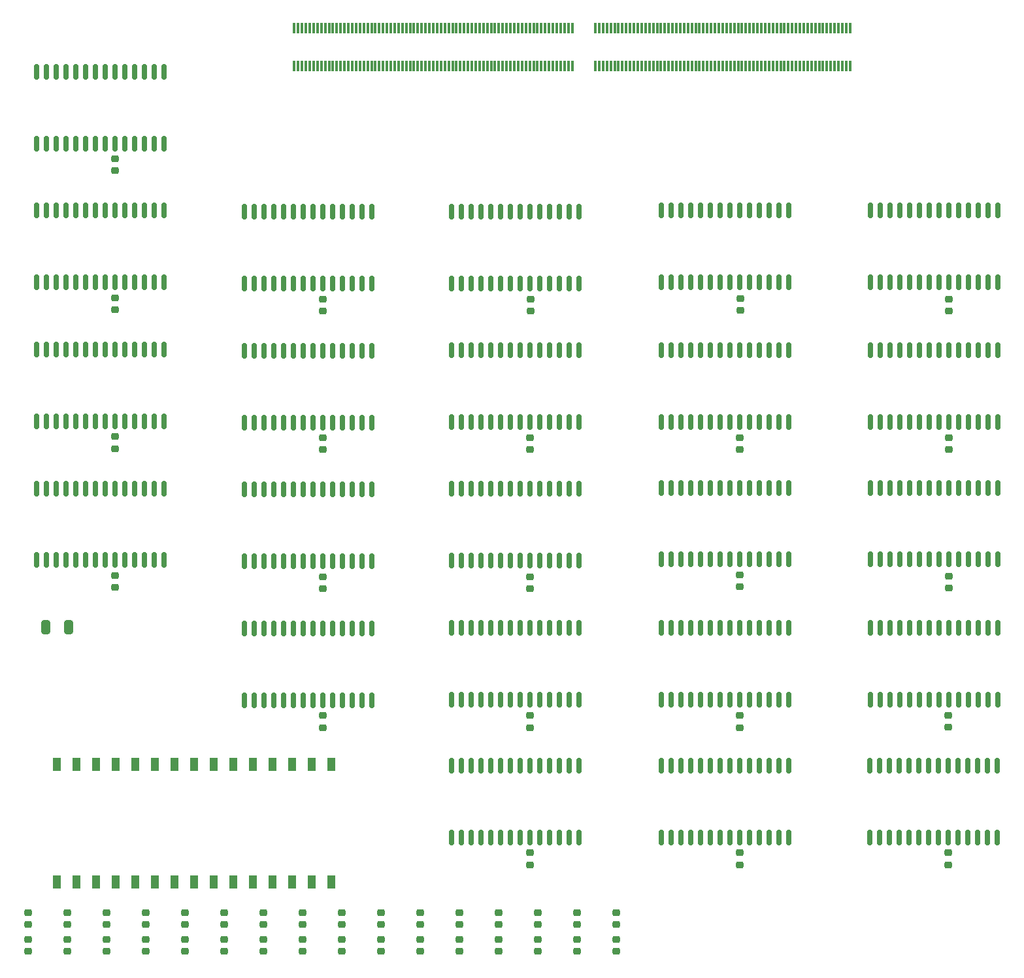
<source format=gbr>
G04 #@! TF.GenerationSoftware,KiCad,Pcbnew,9.0.3*
G04 #@! TF.CreationDate,2025-08-01T19:28:12-07:00*
G04 #@! TF.ProjectId,CardTestFixture,43617264-5465-4737-9446-697874757265,A*
G04 #@! TF.SameCoordinates,Original*
G04 #@! TF.FileFunction,Paste,Top*
G04 #@! TF.FilePolarity,Positive*
%FSLAX46Y46*%
G04 Gerber Fmt 4.6, Leading zero omitted, Abs format (unit mm)*
G04 Created by KiCad (PCBNEW 9.0.3) date 2025-08-01 19:28:12*
%MOMM*%
%LPD*%
G01*
G04 APERTURE LIST*
G04 Aperture macros list*
%AMRoundRect*
0 Rectangle with rounded corners*
0 $1 Rounding radius*
0 $2 $3 $4 $5 $6 $7 $8 $9 X,Y pos of 4 corners*
0 Add a 4 corners polygon primitive as box body*
4,1,4,$2,$3,$4,$5,$6,$7,$8,$9,$2,$3,0*
0 Add four circle primitives for the rounded corners*
1,1,$1+$1,$2,$3*
1,1,$1+$1,$4,$5*
1,1,$1+$1,$6,$7*
1,1,$1+$1,$8,$9*
0 Add four rect primitives between the rounded corners*
20,1,$1+$1,$2,$3,$4,$5,0*
20,1,$1+$1,$4,$5,$6,$7,0*
20,1,$1+$1,$6,$7,$8,$9,0*
20,1,$1+$1,$8,$9,$2,$3,0*%
G04 Aperture macros list end*
%ADD10RoundRect,0.225000X0.250000X-0.225000X0.250000X0.225000X-0.250000X0.225000X-0.250000X-0.225000X0*%
%ADD11RoundRect,0.150000X0.150000X-0.875000X0.150000X0.875000X-0.150000X0.875000X-0.150000X-0.875000X0*%
%ADD12RoundRect,0.225000X-0.250000X0.225000X-0.250000X-0.225000X0.250000X-0.225000X0.250000X0.225000X0*%
%ADD13RoundRect,0.218750X0.256250X-0.218750X0.256250X0.218750X-0.256250X0.218750X-0.256250X-0.218750X0*%
%ADD14R,0.300000X1.350000*%
%ADD15RoundRect,0.250000X0.325000X0.650000X-0.325000X0.650000X-0.325000X-0.650000X0.325000X-0.650000X0*%
%ADD16R,1.000000X1.800000*%
G04 APERTURE END LIST*
D10*
X88080000Y-151942500D03*
X88080000Y-150392500D03*
D11*
X192110000Y-68700000D03*
X193380000Y-68700000D03*
X194650000Y-68700000D03*
X195920000Y-68700000D03*
X197190000Y-68700000D03*
X198460000Y-68700000D03*
X199730000Y-68700000D03*
X201000000Y-68700000D03*
X202270000Y-68700000D03*
X203540000Y-68700000D03*
X204810000Y-68700000D03*
X206080000Y-68700000D03*
X207350000Y-68700000D03*
X208620000Y-68700000D03*
X208620000Y-59400000D03*
X207350000Y-59400000D03*
X206080000Y-59400000D03*
X204810000Y-59400000D03*
X203540000Y-59400000D03*
X202270000Y-59400000D03*
X201000000Y-59400000D03*
X199730000Y-59400000D03*
X198460000Y-59400000D03*
X197190000Y-59400000D03*
X195920000Y-59400000D03*
X194650000Y-59400000D03*
X193380000Y-59400000D03*
X192110000Y-59400000D03*
D12*
X175222800Y-106625000D03*
X175222800Y-108175000D03*
D11*
X192110000Y-104625000D03*
X193380000Y-104625000D03*
X194650000Y-104625000D03*
X195920000Y-104625000D03*
X197190000Y-104625000D03*
X198460000Y-104625000D03*
X199730000Y-104625000D03*
X201000000Y-104625000D03*
X202270000Y-104625000D03*
X203540000Y-104625000D03*
X204810000Y-104625000D03*
X206080000Y-104625000D03*
X207350000Y-104625000D03*
X208620000Y-104625000D03*
X208620000Y-95325000D03*
X207350000Y-95325000D03*
X206080000Y-95325000D03*
X204810000Y-95325000D03*
X203540000Y-95325000D03*
X202270000Y-95325000D03*
X201000000Y-95325000D03*
X199730000Y-95325000D03*
X198460000Y-95325000D03*
X197190000Y-95325000D03*
X195920000Y-95325000D03*
X194650000Y-95325000D03*
X193380000Y-95325000D03*
X192110000Y-95325000D03*
D10*
X103320000Y-151942500D03*
X103320000Y-150392500D03*
D13*
X103320000Y-155400000D03*
X103320000Y-153825000D03*
D12*
X175222800Y-124850000D03*
X175222800Y-126400000D03*
D10*
X128720000Y-151942500D03*
X128720000Y-150392500D03*
X159200000Y-151942500D03*
X159200000Y-150392500D03*
D12*
X202269800Y-106770200D03*
X202269800Y-108320200D03*
X175270000Y-70770200D03*
X175270000Y-72320200D03*
D13*
X113480000Y-155400000D03*
X113480000Y-153825000D03*
D10*
X118560000Y-151942500D03*
X118560000Y-150392500D03*
D11*
X111020300Y-104850000D03*
X112290300Y-104850000D03*
X113560300Y-104850000D03*
X114830300Y-104850000D03*
X116100300Y-104850000D03*
X117370300Y-104850000D03*
X118640300Y-104850000D03*
X119910300Y-104850000D03*
X121180300Y-104850000D03*
X122450300Y-104850000D03*
X123720300Y-104850000D03*
X124990300Y-104850000D03*
X126260300Y-104850000D03*
X127530300Y-104850000D03*
X127530300Y-95550000D03*
X126260300Y-95550000D03*
X124990300Y-95550000D03*
X123720300Y-95550000D03*
X122450300Y-95550000D03*
X121180300Y-95550000D03*
X119910300Y-95550000D03*
X118640300Y-95550000D03*
X117370300Y-95550000D03*
X116100300Y-95550000D03*
X114830300Y-95550000D03*
X113560300Y-95550000D03*
X112290300Y-95550000D03*
X111020300Y-95550000D03*
D10*
X93160000Y-151942500D03*
X93160000Y-150392500D03*
D12*
X148066500Y-124850000D03*
X148066500Y-126400000D03*
D10*
X138880000Y-151942500D03*
X138880000Y-150392500D03*
D13*
X143960000Y-155400000D03*
X143960000Y-153825000D03*
X83000000Y-155400000D03*
X83000000Y-153825000D03*
X88080000Y-155400000D03*
X88080000Y-153825000D03*
D11*
X137906500Y-140625000D03*
X139176500Y-140625000D03*
X140446500Y-140625000D03*
X141716500Y-140625000D03*
X142986500Y-140625000D03*
X144256500Y-140625000D03*
X145526500Y-140625000D03*
X146796500Y-140625000D03*
X148066500Y-140625000D03*
X149336500Y-140625000D03*
X150606500Y-140625000D03*
X151876500Y-140625000D03*
X153146500Y-140625000D03*
X154416500Y-140625000D03*
X154416500Y-131325000D03*
X153146500Y-131325000D03*
X151876500Y-131325000D03*
X150606500Y-131325000D03*
X149336500Y-131325000D03*
X148066500Y-131325000D03*
X146796500Y-131325000D03*
X145526500Y-131325000D03*
X144256500Y-131325000D03*
X142986500Y-131325000D03*
X141716500Y-131325000D03*
X140446500Y-131325000D03*
X139176500Y-131325000D03*
X137906500Y-131325000D03*
D13*
X93160000Y-155400000D03*
X93160000Y-153825000D03*
D11*
X137906500Y-122770200D03*
X139176500Y-122770200D03*
X140446500Y-122770200D03*
X141716500Y-122770200D03*
X142986500Y-122770200D03*
X144256500Y-122770200D03*
X145526500Y-122770200D03*
X146796500Y-122770200D03*
X148066500Y-122770200D03*
X149336500Y-122770200D03*
X150606500Y-122770200D03*
X151876500Y-122770200D03*
X153146500Y-122770200D03*
X154416500Y-122770200D03*
X154416500Y-113470200D03*
X153146500Y-113470200D03*
X151876500Y-113470200D03*
X150606500Y-113470200D03*
X149336500Y-113470200D03*
X148066500Y-113470200D03*
X146796500Y-113470200D03*
X145526500Y-113470200D03*
X144256500Y-113470200D03*
X142986500Y-113470200D03*
X141716500Y-113470200D03*
X140446500Y-113470200D03*
X139176500Y-113470200D03*
X137906500Y-113470200D03*
X84134000Y-86700000D03*
X85404000Y-86700000D03*
X86674000Y-86700000D03*
X87944000Y-86700000D03*
X89214000Y-86700000D03*
X90484000Y-86700000D03*
X91754000Y-86700000D03*
X93024000Y-86700000D03*
X94294000Y-86700000D03*
X95564000Y-86700000D03*
X96834000Y-86700000D03*
X98104000Y-86700000D03*
X99374000Y-86700000D03*
X100644000Y-86700000D03*
X100644000Y-77400000D03*
X99374000Y-77400000D03*
X98104000Y-77400000D03*
X96834000Y-77400000D03*
X95564000Y-77400000D03*
X94294000Y-77400000D03*
X93024000Y-77400000D03*
X91754000Y-77400000D03*
X90484000Y-77400000D03*
X89214000Y-77400000D03*
X87944000Y-77400000D03*
X86674000Y-77400000D03*
X85404000Y-77400000D03*
X84134000Y-77400000D03*
D10*
X133800000Y-151942500D03*
X133800000Y-150392500D03*
D13*
X108400000Y-155400000D03*
X108400000Y-153825000D03*
D10*
X113480000Y-151942500D03*
X113480000Y-150392500D03*
D11*
X137906500Y-86770200D03*
X139176500Y-86770200D03*
X140446500Y-86770200D03*
X141716500Y-86770200D03*
X142986500Y-86770200D03*
X144256500Y-86770200D03*
X145526500Y-86770200D03*
X146796500Y-86770200D03*
X148066500Y-86770200D03*
X149336500Y-86770200D03*
X150606500Y-86770200D03*
X151876500Y-86770200D03*
X153146500Y-86770200D03*
X154416500Y-86770200D03*
X154416500Y-77470200D03*
X153146500Y-77470200D03*
X151876500Y-77470200D03*
X150606500Y-77470200D03*
X149336500Y-77470200D03*
X148066500Y-77470200D03*
X146796500Y-77470200D03*
X145526500Y-77470200D03*
X144256500Y-77470200D03*
X142986500Y-77470200D03*
X141716500Y-77470200D03*
X140446500Y-77470200D03*
X139176500Y-77470200D03*
X137906500Y-77470200D03*
D12*
X94294000Y-52700000D03*
X94294000Y-54250000D03*
D14*
X117498900Y-40622500D03*
X117498900Y-35772500D03*
X117998900Y-40622500D03*
X117998900Y-35772500D03*
X118498900Y-40622500D03*
X118498900Y-35772500D03*
X118998900Y-40622500D03*
X118998900Y-35772500D03*
X119498900Y-40622500D03*
X119498900Y-35772500D03*
X119998900Y-40622500D03*
X119998900Y-35772500D03*
X120498900Y-40622500D03*
X120498900Y-35772500D03*
X120998900Y-40622500D03*
X120998900Y-35772500D03*
X121498900Y-40622500D03*
X121498900Y-35772500D03*
X121998900Y-40622500D03*
X121998900Y-35772500D03*
X122498900Y-40622500D03*
X122498900Y-35772500D03*
X122998900Y-40622500D03*
X122998900Y-35772500D03*
X123498900Y-40622500D03*
X123498900Y-35772500D03*
X123998900Y-40622500D03*
X123998900Y-35772500D03*
X124498900Y-40622500D03*
X124498900Y-35772500D03*
X124998900Y-40622500D03*
X124998900Y-35772500D03*
X125498900Y-40622500D03*
X125498900Y-35772500D03*
X125998900Y-40622500D03*
X125998900Y-35772500D03*
X126498900Y-40622500D03*
X126498900Y-35772500D03*
X126998900Y-40622500D03*
X126998900Y-35772500D03*
X127498900Y-40622500D03*
X127498900Y-35772500D03*
X127998900Y-40622500D03*
X127998900Y-35772500D03*
X128498900Y-40622500D03*
X128498900Y-35772500D03*
X128998900Y-40622500D03*
X128998900Y-35772500D03*
X129498900Y-40622500D03*
X129498900Y-35772500D03*
X129998900Y-40622500D03*
X129998900Y-35772500D03*
X130498900Y-40622500D03*
X130498900Y-35772500D03*
X130998900Y-40622500D03*
X130998900Y-35772500D03*
X131498900Y-40622500D03*
X131498900Y-35772500D03*
X131998900Y-40622500D03*
X131998900Y-35772500D03*
X132498900Y-40622500D03*
X132498900Y-35772500D03*
X132998900Y-40622500D03*
X132998900Y-35772500D03*
X133498900Y-40622500D03*
X133498900Y-35772500D03*
X133998900Y-40622500D03*
X133998900Y-35772500D03*
X134498900Y-40622500D03*
X134498900Y-35772500D03*
X134998900Y-40622500D03*
X134998900Y-35772500D03*
X135498900Y-40622500D03*
X135498900Y-35772500D03*
X135998900Y-40622500D03*
X135998900Y-35772500D03*
X136498900Y-40622500D03*
X136498900Y-35772500D03*
X136998900Y-40622500D03*
X136998900Y-35772500D03*
X137498900Y-40622500D03*
X137498900Y-35772500D03*
X137998900Y-40622500D03*
X137998900Y-35772500D03*
X138498900Y-40622500D03*
X138498900Y-35772500D03*
X138998900Y-40622500D03*
X138998900Y-35772500D03*
X139498900Y-40622500D03*
X139498900Y-35772500D03*
X139998900Y-40622500D03*
X139998900Y-35772500D03*
X140498900Y-40622500D03*
X140498900Y-35772500D03*
X140998900Y-40622500D03*
X140998900Y-35772500D03*
X141498900Y-40622500D03*
X141498900Y-35772500D03*
X141998900Y-40622500D03*
X141998900Y-35772500D03*
X142498900Y-40622500D03*
X142498900Y-35772500D03*
X142998900Y-40622500D03*
X142998900Y-35772500D03*
X143498900Y-40622500D03*
X143498900Y-35772500D03*
X143998900Y-40622500D03*
X143998900Y-35772500D03*
X144498900Y-40622500D03*
X144498900Y-35772500D03*
X144998900Y-40622500D03*
X144998900Y-35772500D03*
X145498900Y-40622500D03*
X145498900Y-35772500D03*
X145998900Y-40622500D03*
X145998900Y-35772500D03*
X146498900Y-40622500D03*
X146498900Y-35772500D03*
X146998900Y-40622500D03*
X146998900Y-35772500D03*
X147498900Y-40622500D03*
X147498900Y-35772500D03*
X147998900Y-40622500D03*
X147998900Y-35772500D03*
X148498900Y-40622500D03*
X148498900Y-35772500D03*
X148998900Y-40622500D03*
X148998900Y-35772500D03*
X149498900Y-40622500D03*
X149498900Y-35772500D03*
X149998900Y-40622500D03*
X149998900Y-35772500D03*
X150498900Y-40622500D03*
X150498900Y-35772500D03*
X150998900Y-40622500D03*
X150998900Y-35772500D03*
X151498900Y-40622500D03*
X151498900Y-35772500D03*
X151998900Y-40622500D03*
X151998900Y-35772500D03*
X152498900Y-40622500D03*
X152498900Y-35772500D03*
X152998900Y-40622500D03*
X152998900Y-35772500D03*
X153498900Y-40622500D03*
X153498900Y-35772500D03*
X156498900Y-40622500D03*
X156498900Y-35772500D03*
X156998900Y-40622500D03*
X156998900Y-35772500D03*
X157498900Y-40622500D03*
X157498900Y-35772500D03*
X157998900Y-40622500D03*
X157998900Y-35772500D03*
X158498900Y-40622500D03*
X158498900Y-35772500D03*
X158998900Y-40622500D03*
X158998900Y-35772500D03*
X159498900Y-40622500D03*
X159498900Y-35772500D03*
X159998900Y-40622500D03*
X159998900Y-35772500D03*
X160498900Y-40622500D03*
X160498900Y-35772500D03*
X160998900Y-40622500D03*
X160998900Y-35772500D03*
X161498900Y-40622500D03*
X161498900Y-35772500D03*
X161998900Y-40622500D03*
X161998900Y-35772500D03*
X162498900Y-40622500D03*
X162498900Y-35772500D03*
X162998900Y-40622500D03*
X162998900Y-35772500D03*
X163498900Y-40622500D03*
X163498900Y-35772500D03*
X163998900Y-40622500D03*
X163998900Y-35772500D03*
X164498900Y-40622500D03*
X164498900Y-35772500D03*
X164998900Y-40622500D03*
X164998900Y-35772500D03*
X165498900Y-40622500D03*
X165498900Y-35772500D03*
X165998900Y-40622500D03*
X165998900Y-35772500D03*
X166498900Y-40622500D03*
X166498900Y-35772500D03*
X166998900Y-40622500D03*
X166998900Y-35772500D03*
X167498900Y-40622500D03*
X167498900Y-35772500D03*
X167998900Y-40622500D03*
X167998900Y-35772500D03*
X168498900Y-40622500D03*
X168498900Y-35772500D03*
X168998900Y-40622500D03*
X168998900Y-35772500D03*
X169498900Y-40622500D03*
X169498900Y-35772500D03*
X169998900Y-40622500D03*
X169998900Y-35772500D03*
X170498900Y-40622500D03*
X170498900Y-35772500D03*
X170998900Y-40622500D03*
X170998900Y-35772500D03*
X171498900Y-40622500D03*
X171498900Y-35772500D03*
X171998900Y-40622500D03*
X171998900Y-35772500D03*
X172498900Y-40622500D03*
X172498900Y-35772500D03*
X172998900Y-40622500D03*
X172998900Y-35772500D03*
X173498900Y-40622500D03*
X173498900Y-35772500D03*
X173998900Y-40622500D03*
X173998900Y-35772500D03*
X174498900Y-40622500D03*
X174498900Y-35772500D03*
X174998900Y-40622500D03*
X174998900Y-35772500D03*
X175498900Y-40622500D03*
X175498900Y-35772500D03*
X175998900Y-40622500D03*
X175998900Y-35772500D03*
X176498900Y-40622500D03*
X176498900Y-35772500D03*
X176998900Y-40622500D03*
X176998900Y-35772500D03*
X177498900Y-40622500D03*
X177498900Y-35772500D03*
X177998900Y-40622500D03*
X177998900Y-35772500D03*
X178498900Y-40622500D03*
X178498900Y-35772500D03*
X178998900Y-40622500D03*
X178998900Y-35772500D03*
X179498900Y-40622500D03*
X179498900Y-35772500D03*
X179998900Y-40622500D03*
X179998900Y-35772500D03*
X180498900Y-40622500D03*
X180498900Y-35772500D03*
X180998900Y-40622500D03*
X180998900Y-35772500D03*
X181498900Y-40622500D03*
X181498900Y-35772500D03*
X181998900Y-40622500D03*
X181998900Y-35772500D03*
X182498900Y-40622500D03*
X182498900Y-35772500D03*
X182998900Y-40622500D03*
X182998900Y-35772500D03*
X183498900Y-40622500D03*
X183498900Y-35772500D03*
X183998900Y-40622500D03*
X183998900Y-35772500D03*
X184498900Y-40622500D03*
X184498900Y-35772500D03*
X184998900Y-40622500D03*
X184998900Y-35772500D03*
X185498900Y-40622500D03*
X185498900Y-35772500D03*
X185998900Y-40622500D03*
X185998900Y-35772500D03*
X186498900Y-40622500D03*
X186498900Y-35772500D03*
X186998900Y-40622500D03*
X186998900Y-35772500D03*
X187498900Y-40622500D03*
X187498900Y-35772500D03*
X187998900Y-40622500D03*
X187998900Y-35772500D03*
X188498900Y-40622500D03*
X188498900Y-35772500D03*
X188998900Y-40622500D03*
X188998900Y-35772500D03*
X189498900Y-40622500D03*
X189498900Y-35772500D03*
D11*
X84134000Y-50700000D03*
X85404000Y-50700000D03*
X86674000Y-50700000D03*
X87944000Y-50700000D03*
X89214000Y-50700000D03*
X90484000Y-50700000D03*
X91754000Y-50700000D03*
X93024000Y-50700000D03*
X94294000Y-50700000D03*
X95564000Y-50700000D03*
X96834000Y-50700000D03*
X98104000Y-50700000D03*
X99374000Y-50700000D03*
X100644000Y-50700000D03*
X100644000Y-41400000D03*
X99374000Y-41400000D03*
X98104000Y-41400000D03*
X96834000Y-41400000D03*
X95564000Y-41400000D03*
X94294000Y-41400000D03*
X93024000Y-41400000D03*
X91754000Y-41400000D03*
X90484000Y-41400000D03*
X89214000Y-41400000D03*
X87944000Y-41400000D03*
X86674000Y-41400000D03*
X85404000Y-41400000D03*
X84134000Y-41400000D03*
X192015000Y-140625000D03*
X193285000Y-140625000D03*
X194555000Y-140625000D03*
X195825000Y-140625000D03*
X197095000Y-140625000D03*
X198365000Y-140625000D03*
X199635000Y-140625000D03*
X200905000Y-140625000D03*
X202175000Y-140625000D03*
X203445000Y-140625000D03*
X204715000Y-140625000D03*
X205985000Y-140625000D03*
X207255000Y-140625000D03*
X208525000Y-140625000D03*
X208525000Y-131325000D03*
X207255000Y-131325000D03*
X205985000Y-131325000D03*
X204715000Y-131325000D03*
X203445000Y-131325000D03*
X202175000Y-131325000D03*
X200905000Y-131325000D03*
X199635000Y-131325000D03*
X198365000Y-131325000D03*
X197095000Y-131325000D03*
X195825000Y-131325000D03*
X194555000Y-131325000D03*
X193285000Y-131325000D03*
X192015000Y-131325000D03*
X165062800Y-86770200D03*
X166332800Y-86770200D03*
X167602800Y-86770200D03*
X168872800Y-86770200D03*
X170142800Y-86770200D03*
X171412800Y-86770200D03*
X172682800Y-86770200D03*
X173952800Y-86770200D03*
X175222800Y-86770200D03*
X176492800Y-86770200D03*
X177762800Y-86770200D03*
X179032800Y-86770200D03*
X180302800Y-86770200D03*
X181572800Y-86770200D03*
X181572800Y-77470200D03*
X180302800Y-77470200D03*
X179032800Y-77470200D03*
X177762800Y-77470200D03*
X176492800Y-77470200D03*
X175222800Y-77470200D03*
X173952800Y-77470200D03*
X172682800Y-77470200D03*
X171412800Y-77470200D03*
X170142800Y-77470200D03*
X168872800Y-77470200D03*
X167602800Y-77470200D03*
X166332800Y-77470200D03*
X165062800Y-77470200D03*
D12*
X148066500Y-106850000D03*
X148066500Y-108400000D03*
D13*
X128720000Y-155400000D03*
X128720000Y-153825000D03*
D12*
X202270000Y-88800000D03*
X202270000Y-90350000D03*
D10*
X123640000Y-151942500D03*
X123640000Y-150392500D03*
D11*
X84134000Y-68700000D03*
X85404000Y-68700000D03*
X86674000Y-68700000D03*
X87944000Y-68700000D03*
X89214000Y-68700000D03*
X90484000Y-68700000D03*
X91754000Y-68700000D03*
X93024000Y-68700000D03*
X94294000Y-68700000D03*
X95564000Y-68700000D03*
X96834000Y-68700000D03*
X98104000Y-68700000D03*
X99374000Y-68700000D03*
X100644000Y-68700000D03*
X100644000Y-59400000D03*
X99374000Y-59400000D03*
X98104000Y-59400000D03*
X96834000Y-59400000D03*
X95564000Y-59400000D03*
X94294000Y-59400000D03*
X93024000Y-59400000D03*
X91754000Y-59400000D03*
X90484000Y-59400000D03*
X89214000Y-59400000D03*
X87944000Y-59400000D03*
X86674000Y-59400000D03*
X85404000Y-59400000D03*
X84134000Y-59400000D03*
D12*
X121180300Y-70850000D03*
X121180300Y-72400000D03*
X148100000Y-70850000D03*
X148100000Y-72400000D03*
D10*
X108400000Y-151942500D03*
X108400000Y-150392500D03*
D11*
X165062800Y-68700000D03*
X166332800Y-68700000D03*
X167602800Y-68700000D03*
X168872800Y-68700000D03*
X170142800Y-68700000D03*
X171412800Y-68700000D03*
X172682800Y-68700000D03*
X173952800Y-68700000D03*
X175222800Y-68700000D03*
X176492800Y-68700000D03*
X177762800Y-68700000D03*
X179032800Y-68700000D03*
X180302800Y-68700000D03*
X181572800Y-68700000D03*
X181572800Y-59400000D03*
X180302800Y-59400000D03*
X179032800Y-59400000D03*
X177762800Y-59400000D03*
X176492800Y-59400000D03*
X175222800Y-59400000D03*
X173952800Y-59400000D03*
X172682800Y-59400000D03*
X171412800Y-59400000D03*
X170142800Y-59400000D03*
X168872800Y-59400000D03*
X167602800Y-59400000D03*
X166332800Y-59400000D03*
X165062800Y-59400000D03*
D10*
X143960000Y-151942500D03*
X143960000Y-150392500D03*
D11*
X137906500Y-104770200D03*
X139176500Y-104770200D03*
X140446500Y-104770200D03*
X141716500Y-104770200D03*
X142986500Y-104770200D03*
X144256500Y-104770200D03*
X145526500Y-104770200D03*
X146796500Y-104770200D03*
X148066500Y-104770200D03*
X149336500Y-104770200D03*
X150606500Y-104770200D03*
X151876500Y-104770200D03*
X153146500Y-104770200D03*
X154416500Y-104770200D03*
X154416500Y-95470200D03*
X153146500Y-95470200D03*
X151876500Y-95470200D03*
X150606500Y-95470200D03*
X149336500Y-95470200D03*
X148066500Y-95470200D03*
X146796500Y-95470200D03*
X145526500Y-95470200D03*
X144256500Y-95470200D03*
X142986500Y-95470200D03*
X141716500Y-95470200D03*
X140446500Y-95470200D03*
X139176500Y-95470200D03*
X137906500Y-95470200D03*
D12*
X121180300Y-88850000D03*
X121180300Y-90400000D03*
D11*
X111020300Y-86850000D03*
X112290300Y-86850000D03*
X113560300Y-86850000D03*
X114830300Y-86850000D03*
X116100300Y-86850000D03*
X117370300Y-86850000D03*
X118640300Y-86850000D03*
X119910300Y-86850000D03*
X121180300Y-86850000D03*
X122450300Y-86850000D03*
X123720300Y-86850000D03*
X124990300Y-86850000D03*
X126260300Y-86850000D03*
X127530300Y-86850000D03*
X127530300Y-77550000D03*
X126260300Y-77550000D03*
X124990300Y-77550000D03*
X123720300Y-77550000D03*
X122450300Y-77550000D03*
X121180300Y-77550000D03*
X119910300Y-77550000D03*
X118640300Y-77550000D03*
X117370300Y-77550000D03*
X116100300Y-77550000D03*
X114830300Y-77550000D03*
X113560300Y-77550000D03*
X112290300Y-77550000D03*
X111020300Y-77550000D03*
D12*
X148066500Y-88850000D03*
X148066500Y-90400000D03*
D10*
X83000000Y-151942500D03*
X83000000Y-150392500D03*
D12*
X175222800Y-142625000D03*
X175222800Y-144175000D03*
D11*
X111020300Y-68850000D03*
X112290300Y-68850000D03*
X113560300Y-68850000D03*
X114830300Y-68850000D03*
X116100300Y-68850000D03*
X117370300Y-68850000D03*
X118640300Y-68850000D03*
X119910300Y-68850000D03*
X121180300Y-68850000D03*
X122450300Y-68850000D03*
X123720300Y-68850000D03*
X124990300Y-68850000D03*
X126260300Y-68850000D03*
X127530300Y-68850000D03*
X127530300Y-59550000D03*
X126260300Y-59550000D03*
X124990300Y-59550000D03*
X123720300Y-59550000D03*
X122450300Y-59550000D03*
X121180300Y-59550000D03*
X119910300Y-59550000D03*
X118640300Y-59550000D03*
X117370300Y-59550000D03*
X116100300Y-59550000D03*
X114830300Y-59550000D03*
X113560300Y-59550000D03*
X112290300Y-59550000D03*
X111020300Y-59550000D03*
D12*
X202200000Y-124800000D03*
X202200000Y-126350000D03*
D11*
X165062800Y-140625000D03*
X166332800Y-140625000D03*
X167602800Y-140625000D03*
X168872800Y-140625000D03*
X170142800Y-140625000D03*
X171412800Y-140625000D03*
X172682800Y-140625000D03*
X173952800Y-140625000D03*
X175222800Y-140625000D03*
X176492800Y-140625000D03*
X177762800Y-140625000D03*
X179032800Y-140625000D03*
X180302800Y-140625000D03*
X181572800Y-140625000D03*
X181572800Y-131325000D03*
X180302800Y-131325000D03*
X179032800Y-131325000D03*
X177762800Y-131325000D03*
X176492800Y-131325000D03*
X175222800Y-131325000D03*
X173952800Y-131325000D03*
X172682800Y-131325000D03*
X171412800Y-131325000D03*
X170142800Y-131325000D03*
X168872800Y-131325000D03*
X167602800Y-131325000D03*
X166332800Y-131325000D03*
X165062800Y-131325000D03*
D13*
X154120000Y-155400000D03*
X154120000Y-153825000D03*
X133800000Y-155400000D03*
X133800000Y-153825000D03*
X118560000Y-155400000D03*
X118560000Y-153825000D03*
D12*
X148066500Y-142625000D03*
X148066500Y-144175000D03*
D11*
X84134000Y-104700000D03*
X85404000Y-104700000D03*
X86674000Y-104700000D03*
X87944000Y-104700000D03*
X89214000Y-104700000D03*
X90484000Y-104700000D03*
X91754000Y-104700000D03*
X93024000Y-104700000D03*
X94294000Y-104700000D03*
X95564000Y-104700000D03*
X96834000Y-104700000D03*
X98104000Y-104700000D03*
X99374000Y-104700000D03*
X100644000Y-104700000D03*
X100644000Y-95400000D03*
X99374000Y-95400000D03*
X98104000Y-95400000D03*
X96834000Y-95400000D03*
X95564000Y-95400000D03*
X94294000Y-95400000D03*
X93024000Y-95400000D03*
X91754000Y-95400000D03*
X90484000Y-95400000D03*
X89214000Y-95400000D03*
X87944000Y-95400000D03*
X86674000Y-95400000D03*
X85404000Y-95400000D03*
X84134000Y-95400000D03*
D13*
X159200000Y-155400000D03*
X159200000Y-153825000D03*
D11*
X192109800Y-122770200D03*
X193379800Y-122770200D03*
X194649800Y-122770200D03*
X195919800Y-122770200D03*
X197189800Y-122770200D03*
X198459800Y-122770200D03*
X199729800Y-122770200D03*
X200999800Y-122770200D03*
X202269800Y-122770200D03*
X203539800Y-122770200D03*
X204809800Y-122770200D03*
X206079800Y-122770200D03*
X207349800Y-122770200D03*
X208619800Y-122770200D03*
X208619800Y-113470200D03*
X207349800Y-113470200D03*
X206079800Y-113470200D03*
X204809800Y-113470200D03*
X203539800Y-113470200D03*
X202269800Y-113470200D03*
X200999800Y-113470200D03*
X199729800Y-113470200D03*
X198459800Y-113470200D03*
X197189800Y-113470200D03*
X195919800Y-113470200D03*
X194649800Y-113470200D03*
X193379800Y-113470200D03*
X192109800Y-113470200D03*
X111020300Y-122850000D03*
X112290300Y-122850000D03*
X113560300Y-122850000D03*
X114830300Y-122850000D03*
X116100300Y-122850000D03*
X117370300Y-122850000D03*
X118640300Y-122850000D03*
X119910300Y-122850000D03*
X121180300Y-122850000D03*
X122450300Y-122850000D03*
X123720300Y-122850000D03*
X124990300Y-122850000D03*
X126260300Y-122850000D03*
X127530300Y-122850000D03*
X127530300Y-113550000D03*
X126260300Y-113550000D03*
X124990300Y-113550000D03*
X123720300Y-113550000D03*
X122450300Y-113550000D03*
X121180300Y-113550000D03*
X119910300Y-113550000D03*
X118640300Y-113550000D03*
X117370300Y-113550000D03*
X116100300Y-113550000D03*
X114830300Y-113550000D03*
X113560300Y-113550000D03*
X112290300Y-113550000D03*
X111020300Y-113550000D03*
D15*
X88228000Y-113392400D03*
X85278000Y-113392400D03*
D12*
X94294000Y-106700000D03*
X94294000Y-108250000D03*
X94294000Y-88700000D03*
X94294000Y-90250000D03*
D16*
X122300000Y-131160000D03*
X119760000Y-131160000D03*
X117220000Y-131160000D03*
X114680000Y-131160000D03*
X112140000Y-131160000D03*
X109600000Y-131160000D03*
X107060000Y-131160000D03*
X104520000Y-131160000D03*
X101980000Y-131160000D03*
X99440000Y-131160000D03*
X96900000Y-131160000D03*
X94360000Y-131160000D03*
X91820000Y-131160000D03*
X89280000Y-131160000D03*
X86740000Y-131160000D03*
X86740000Y-146400000D03*
X89280000Y-146400000D03*
X91820000Y-146400000D03*
X94360000Y-146400000D03*
X96900000Y-146400000D03*
X99440000Y-146400000D03*
X101980000Y-146400000D03*
X104520000Y-146400000D03*
X107060000Y-146400000D03*
X109600000Y-146400000D03*
X112140000Y-146400000D03*
X114680000Y-146400000D03*
X117220000Y-146400000D03*
X119760000Y-146400000D03*
X122300000Y-146400000D03*
D10*
X154120000Y-151942500D03*
X154120000Y-150392500D03*
D11*
X165062800Y-104625000D03*
X166332800Y-104625000D03*
X167602800Y-104625000D03*
X168872800Y-104625000D03*
X170142800Y-104625000D03*
X171412800Y-104625000D03*
X172682800Y-104625000D03*
X173952800Y-104625000D03*
X175222800Y-104625000D03*
X176492800Y-104625000D03*
X177762800Y-104625000D03*
X179032800Y-104625000D03*
X180302800Y-104625000D03*
X181572800Y-104625000D03*
X181572800Y-95325000D03*
X180302800Y-95325000D03*
X179032800Y-95325000D03*
X177762800Y-95325000D03*
X176492800Y-95325000D03*
X175222800Y-95325000D03*
X173952800Y-95325000D03*
X172682800Y-95325000D03*
X171412800Y-95325000D03*
X170142800Y-95325000D03*
X168872800Y-95325000D03*
X167602800Y-95325000D03*
X166332800Y-95325000D03*
X165062800Y-95325000D03*
D12*
X202270000Y-70850000D03*
X202270000Y-72400000D03*
X121180300Y-124850000D03*
X121180300Y-126400000D03*
D13*
X123640000Y-155400000D03*
X123640000Y-153825000D03*
X149040000Y-155400000D03*
X149040000Y-153825000D03*
D11*
X165062800Y-122770200D03*
X166332800Y-122770200D03*
X167602800Y-122770200D03*
X168872800Y-122770200D03*
X170142800Y-122770200D03*
X171412800Y-122770200D03*
X172682800Y-122770200D03*
X173952800Y-122770200D03*
X175222800Y-122770200D03*
X176492800Y-122770200D03*
X177762800Y-122770200D03*
X179032800Y-122770200D03*
X180302800Y-122770200D03*
X181572800Y-122770200D03*
X181572800Y-113470200D03*
X180302800Y-113470200D03*
X179032800Y-113470200D03*
X177762800Y-113470200D03*
X176492800Y-113470200D03*
X175222800Y-113470200D03*
X173952800Y-113470200D03*
X172682800Y-113470200D03*
X171412800Y-113470200D03*
X170142800Y-113470200D03*
X168872800Y-113470200D03*
X167602800Y-113470200D03*
X166332800Y-113470200D03*
X165062800Y-113470200D03*
D12*
X202208000Y-142628000D03*
X202208000Y-144178000D03*
D10*
X98240000Y-151942500D03*
X98240000Y-150392500D03*
D13*
X138880000Y-155400000D03*
X138880000Y-153825000D03*
D11*
X192110000Y-86770200D03*
X193380000Y-86770200D03*
X194650000Y-86770200D03*
X195920000Y-86770200D03*
X197190000Y-86770200D03*
X198460000Y-86770200D03*
X199730000Y-86770200D03*
X201000000Y-86770200D03*
X202270000Y-86770200D03*
X203540000Y-86770200D03*
X204810000Y-86770200D03*
X206080000Y-86770200D03*
X207350000Y-86770200D03*
X208620000Y-86770200D03*
X208620000Y-77470200D03*
X207350000Y-77470200D03*
X206080000Y-77470200D03*
X204810000Y-77470200D03*
X203540000Y-77470200D03*
X202270000Y-77470200D03*
X201000000Y-77470200D03*
X199730000Y-77470200D03*
X198460000Y-77470200D03*
X197190000Y-77470200D03*
X195920000Y-77470200D03*
X194650000Y-77470200D03*
X193380000Y-77470200D03*
X192110000Y-77470200D03*
D12*
X121180300Y-106850000D03*
X121180300Y-108400000D03*
X94294000Y-70700000D03*
X94294000Y-72250000D03*
X175200000Y-88800000D03*
X175200000Y-90350000D03*
D13*
X98240000Y-155400000D03*
X98240000Y-153825000D03*
D10*
X149040000Y-151942500D03*
X149040000Y-150392500D03*
D11*
X137906500Y-68850000D03*
X139176500Y-68850000D03*
X140446500Y-68850000D03*
X141716500Y-68850000D03*
X142986500Y-68850000D03*
X144256500Y-68850000D03*
X145526500Y-68850000D03*
X146796500Y-68850000D03*
X148066500Y-68850000D03*
X149336500Y-68850000D03*
X150606500Y-68850000D03*
X151876500Y-68850000D03*
X153146500Y-68850000D03*
X154416500Y-68850000D03*
X154416500Y-59550000D03*
X153146500Y-59550000D03*
X151876500Y-59550000D03*
X150606500Y-59550000D03*
X149336500Y-59550000D03*
X148066500Y-59550000D03*
X146796500Y-59550000D03*
X145526500Y-59550000D03*
X144256500Y-59550000D03*
X142986500Y-59550000D03*
X141716500Y-59550000D03*
X140446500Y-59550000D03*
X139176500Y-59550000D03*
X137906500Y-59550000D03*
M02*

</source>
